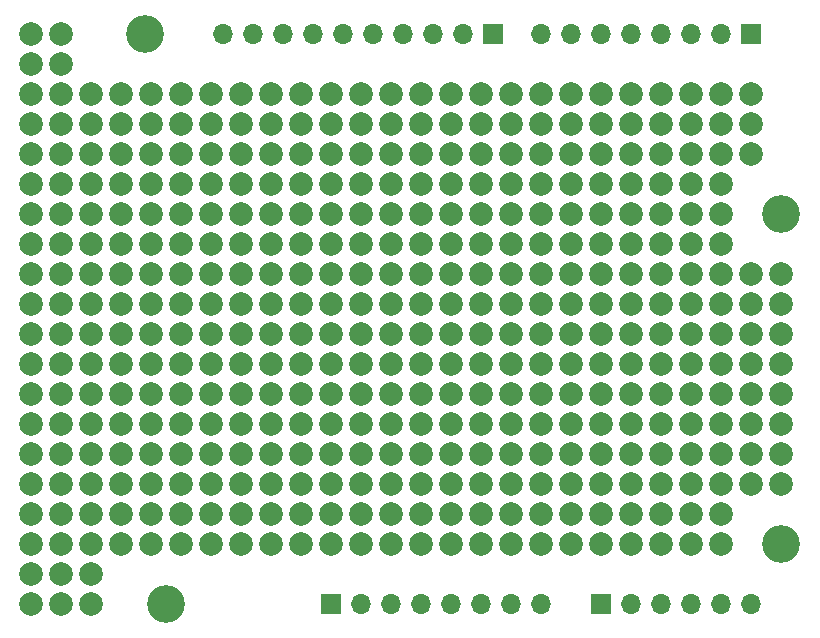
<source format=gbr>
%TF.GenerationSoftware,KiCad,Pcbnew,(5.1.9-0-10_14)*%
%TF.CreationDate,2021-02-06T00:27:30+01:00*%
%TF.ProjectId,Arduino Uno Proto Shield,41726475-696e-46f2-9055-6e6f2050726f,rev?*%
%TF.SameCoordinates,Original*%
%TF.FileFunction,Soldermask,Bot*%
%TF.FilePolarity,Negative*%
%FSLAX46Y46*%
G04 Gerber Fmt 4.6, Leading zero omitted, Abs format (unit mm)*
G04 Created by KiCad (PCBNEW (5.1.9-0-10_14)) date 2021-02-06 00:27:30*
%MOMM*%
%LPD*%
G01*
G04 APERTURE LIST*
%ADD10O,1.700000X1.700000*%
%ADD11R,1.700000X1.700000*%
%ADD12C,1.998980*%
%ADD13C,3.200000*%
G04 APERTURE END LIST*
D10*
%TO.C,J1*%
X147320000Y-124460000D03*
X144780000Y-124460000D03*
X142240000Y-124460000D03*
X139700000Y-124460000D03*
X137160000Y-124460000D03*
X134620000Y-124460000D03*
X132080000Y-124460000D03*
D11*
X129540000Y-124460000D03*
%TD*%
%TO.C,J2*%
X152400000Y-124460000D03*
D10*
X154940000Y-124460000D03*
X157480000Y-124460000D03*
X160020000Y-124460000D03*
X162560000Y-124460000D03*
X165100000Y-124460000D03*
%TD*%
D12*
%TO.C,REF\u002A\u002A*%
X129540000Y-119380000D03*
%TD*%
%TO.C,REF\u002A\u002A*%
X127000000Y-119380000D03*
%TD*%
%TO.C,REF\u002A\u002A*%
X162560000Y-116840000D03*
%TD*%
%TO.C,REF\u002A\u002A*%
X160020000Y-116840000D03*
%TD*%
%TO.C,REF\u002A\u002A*%
X157480000Y-116840000D03*
%TD*%
%TO.C,REF\u002A\u002A*%
X154940000Y-116840000D03*
%TD*%
%TO.C,REF\u002A\u002A*%
X152400000Y-116840000D03*
%TD*%
%TO.C,REF\u002A\u002A*%
X149860000Y-116840000D03*
%TD*%
%TO.C,REF\u002A\u002A*%
X147320000Y-116840000D03*
%TD*%
%TO.C,REF\u002A\u002A*%
X144780000Y-116840000D03*
%TD*%
%TO.C,REF\u002A\u002A*%
X142240000Y-116840000D03*
%TD*%
%TO.C,REF\u002A\u002A*%
X139700000Y-116840000D03*
%TD*%
%TO.C,REF\u002A\u002A*%
X137160000Y-116840000D03*
%TD*%
%TO.C,REF\u002A\u002A*%
X134620000Y-116840000D03*
%TD*%
%TO.C,REF\u002A\u002A*%
X132080000Y-116840000D03*
%TD*%
D11*
%TO.C,J34*%
X143256000Y-76200000D03*
D10*
X140716000Y-76200000D03*
X138176000Y-76200000D03*
X135636000Y-76200000D03*
X133096000Y-76200000D03*
X130556000Y-76200000D03*
X128016000Y-76200000D03*
X125476000Y-76200000D03*
X122936000Y-76200000D03*
X120396000Y-76200000D03*
%TD*%
D11*
%TO.C,J35*%
X165100000Y-76200000D03*
D10*
X162560000Y-76200000D03*
X160020000Y-76200000D03*
X157480000Y-76200000D03*
X154940000Y-76200000D03*
X152400000Y-76200000D03*
X149860000Y-76200000D03*
X147320000Y-76200000D03*
%TD*%
D12*
%TO.C,REF\u002A\u002A*%
X119380000Y-81280000D03*
%TD*%
%TO.C,REF\u002A\u002A*%
X165100000Y-83820000D03*
%TD*%
%TO.C,REF\u002A\u002A*%
X162560000Y-83820000D03*
%TD*%
%TO.C,REF\u002A\u002A*%
X160020000Y-83820000D03*
%TD*%
%TO.C,REF\u002A\u002A*%
X157480000Y-83820000D03*
%TD*%
%TO.C,REF\u002A\u002A*%
X154940000Y-83820000D03*
%TD*%
%TO.C,REF\u002A\u002A*%
X152400000Y-83820000D03*
%TD*%
%TO.C,REF\u002A\u002A*%
X149860000Y-83820000D03*
%TD*%
%TO.C,REF\u002A\u002A*%
X147320000Y-83820000D03*
%TD*%
%TO.C,REF\u002A\u002A*%
X144780000Y-83820000D03*
%TD*%
%TO.C,REF\u002A\u002A*%
X142240000Y-83820000D03*
%TD*%
%TO.C,REF\u002A\u002A*%
X139700000Y-83820000D03*
%TD*%
%TO.C,REF\u002A\u002A*%
X137160000Y-83820000D03*
%TD*%
%TO.C,REF\u002A\u002A*%
X134620000Y-83820000D03*
%TD*%
%TO.C,REF\u002A\u002A*%
X132080000Y-83820000D03*
%TD*%
%TO.C,REF\u002A\u002A*%
X129540000Y-83820000D03*
%TD*%
%TO.C,REF\u002A\u002A*%
X127000000Y-83820000D03*
%TD*%
%TO.C,REF\u002A\u002A*%
X124460000Y-83820000D03*
%TD*%
%TO.C,REF\u002A\u002A*%
X121920000Y-83820000D03*
%TD*%
%TO.C,REF\u002A\u002A*%
X119380000Y-83820000D03*
%TD*%
%TO.C,REF\u002A\u002A*%
X129540000Y-116840000D03*
%TD*%
%TO.C,REF\u002A\u002A*%
X127000000Y-116840000D03*
%TD*%
%TO.C,REF\u002A\u002A*%
X162560000Y-93980000D03*
%TD*%
%TO.C,REF\u002A\u002A*%
X160020000Y-93980000D03*
%TD*%
%TO.C,REF\u002A\u002A*%
X157480000Y-93980000D03*
%TD*%
%TO.C,REF\u002A\u002A*%
X154940000Y-93980000D03*
%TD*%
%TO.C,REF\u002A\u002A*%
X162560000Y-91440000D03*
%TD*%
%TO.C,REF\u002A\u002A*%
X160020000Y-91440000D03*
%TD*%
%TO.C,REF\u002A\u002A*%
X157480000Y-91440000D03*
%TD*%
%TO.C,REF\u002A\u002A*%
X154940000Y-91440000D03*
%TD*%
%TO.C,REF\u002A\u002A*%
X162560000Y-88900000D03*
%TD*%
%TO.C,REF\u002A\u002A*%
X160020000Y-88900000D03*
%TD*%
%TO.C,REF\u002A\u002A*%
X157480000Y-88900000D03*
%TD*%
%TO.C,REF\u002A\u002A*%
X154940000Y-88900000D03*
%TD*%
%TO.C,REF\u002A\u002A*%
X165100000Y-86360000D03*
%TD*%
%TO.C,REF\u002A\u002A*%
X162560000Y-86360000D03*
%TD*%
%TO.C,REF\u002A\u002A*%
X160020000Y-86360000D03*
%TD*%
%TO.C,REF\u002A\u002A*%
X157480000Y-86360000D03*
%TD*%
%TO.C,REF\u002A\u002A*%
X116840000Y-83820000D03*
%TD*%
%TO.C,REF\u002A\u002A*%
X114300000Y-83820000D03*
%TD*%
%TO.C,REF\u002A\u002A*%
X111760000Y-83820000D03*
%TD*%
%TO.C,REF\u002A\u002A*%
X116840000Y-81280000D03*
%TD*%
%TO.C,REF\u002A\u002A*%
X114300000Y-81280000D03*
%TD*%
%TO.C,REF\u002A\u002A*%
X106680000Y-78740000D03*
%TD*%
%TO.C,REF\u002A\u002A*%
X104140000Y-78740000D03*
%TD*%
%TO.C,REF\u002A\u002A*%
X106680000Y-76200000D03*
%TD*%
%TO.C,REF\u002A\u002A*%
X154940000Y-86360000D03*
%TD*%
%TO.C,REF\u002A\u002A*%
X167640000Y-109220000D03*
%TD*%
%TO.C,REF\u002A\u002A*%
X111760000Y-81280000D03*
%TD*%
%TO.C,REF\u002A\u002A*%
X167640000Y-106680000D03*
%TD*%
%TO.C,REF\u002A\u002A*%
X165100000Y-106680000D03*
%TD*%
%TO.C,REF\u002A\u002A*%
X162560000Y-106680000D03*
%TD*%
%TO.C,REF\u002A\u002A*%
X160020000Y-106680000D03*
%TD*%
%TO.C,REF\u002A\u002A*%
X157480000Y-106680000D03*
%TD*%
%TO.C,REF\u002A\u002A*%
X154940000Y-106680000D03*
%TD*%
%TO.C,REF\u002A\u002A*%
X167640000Y-104140000D03*
%TD*%
%TO.C,REF\u002A\u002A*%
X165100000Y-104140000D03*
%TD*%
%TO.C,REF\u002A\u002A*%
X162560000Y-104140000D03*
%TD*%
%TO.C,REF\u002A\u002A*%
X160020000Y-104140000D03*
%TD*%
%TO.C,REF\u002A\u002A*%
X157480000Y-104140000D03*
%TD*%
%TO.C,REF\u002A\u002A*%
X154940000Y-104140000D03*
%TD*%
%TO.C,REF\u002A\u002A*%
X167640000Y-101600000D03*
%TD*%
%TO.C,REF\u002A\u002A*%
X165100000Y-101600000D03*
%TD*%
%TO.C,REF\u002A\u002A*%
X162560000Y-101600000D03*
%TD*%
%TO.C,REF\u002A\u002A*%
X160020000Y-101600000D03*
%TD*%
%TO.C,REF\u002A\u002A*%
X157480000Y-101600000D03*
%TD*%
%TO.C,REF\u002A\u002A*%
X154940000Y-101600000D03*
%TD*%
%TO.C,REF\u002A\u002A*%
X167640000Y-99060000D03*
%TD*%
%TO.C,REF\u002A\u002A*%
X165100000Y-99060000D03*
%TD*%
%TO.C,REF\u002A\u002A*%
X162560000Y-99060000D03*
%TD*%
%TO.C,REF\u002A\u002A*%
X160020000Y-99060000D03*
%TD*%
%TO.C,REF\u002A\u002A*%
X157480000Y-99060000D03*
%TD*%
%TO.C,REF\u002A\u002A*%
X154940000Y-99060000D03*
%TD*%
%TO.C,REF\u002A\u002A*%
X167640000Y-96520000D03*
%TD*%
%TO.C,REF\u002A\u002A*%
X165100000Y-96520000D03*
%TD*%
%TO.C,REF\u002A\u002A*%
X162560000Y-96520000D03*
%TD*%
%TO.C,REF\u002A\u002A*%
X160020000Y-96520000D03*
%TD*%
%TO.C,REF\u002A\u002A*%
X157480000Y-96520000D03*
%TD*%
%TO.C,REF\u002A\u002A*%
X167640000Y-114300000D03*
%TD*%
%TO.C,REF\u002A\u002A*%
X165100000Y-114300000D03*
%TD*%
%TO.C,REF\u002A\u002A*%
X162560000Y-114300000D03*
%TD*%
%TO.C,REF\u002A\u002A*%
X160020000Y-114300000D03*
%TD*%
%TO.C,REF\u002A\u002A*%
X157480000Y-114300000D03*
%TD*%
%TO.C,REF\u002A\u002A*%
X154940000Y-114300000D03*
%TD*%
%TO.C,REF\u002A\u002A*%
X152400000Y-114300000D03*
%TD*%
%TO.C,REF\u002A\u002A*%
X149860000Y-114300000D03*
%TD*%
%TO.C,REF\u002A\u002A*%
X147320000Y-114300000D03*
%TD*%
%TO.C,REF\u002A\u002A*%
X144780000Y-114300000D03*
%TD*%
%TO.C,REF\u002A\u002A*%
X142240000Y-114300000D03*
%TD*%
%TO.C,REF\u002A\u002A*%
X139700000Y-114300000D03*
%TD*%
%TO.C,REF\u002A\u002A*%
X137160000Y-114300000D03*
%TD*%
%TO.C,REF\u002A\u002A*%
X134620000Y-114300000D03*
%TD*%
%TO.C,REF\u002A\u002A*%
X167640000Y-111760000D03*
%TD*%
%TO.C,REF\u002A\u002A*%
X165100000Y-111760000D03*
%TD*%
%TO.C,REF\u002A\u002A*%
X162560000Y-111760000D03*
%TD*%
%TO.C,REF\u002A\u002A*%
X160020000Y-111760000D03*
%TD*%
%TO.C,REF\u002A\u002A*%
X157480000Y-111760000D03*
%TD*%
%TO.C,REF\u002A\u002A*%
X154940000Y-111760000D03*
%TD*%
%TO.C,REF\u002A\u002A*%
X152400000Y-111760000D03*
%TD*%
%TO.C,REF\u002A\u002A*%
X149860000Y-111760000D03*
%TD*%
%TO.C,REF\u002A\u002A*%
X147320000Y-111760000D03*
%TD*%
%TO.C,REF\u002A\u002A*%
X144780000Y-111760000D03*
%TD*%
%TO.C,REF\u002A\u002A*%
X142240000Y-111760000D03*
%TD*%
%TO.C,REF\u002A\u002A*%
X139700000Y-111760000D03*
%TD*%
%TO.C,REF\u002A\u002A*%
X137160000Y-111760000D03*
%TD*%
%TO.C,REF\u002A\u002A*%
X134620000Y-111760000D03*
%TD*%
%TO.C,REF\u002A\u002A*%
X154940000Y-96520000D03*
%TD*%
%TO.C,REF\u002A\u002A*%
X165100000Y-109220000D03*
%TD*%
%TO.C,REF\u002A\u002A*%
X162560000Y-109220000D03*
%TD*%
%TO.C,REF\u002A\u002A*%
X160020000Y-109220000D03*
%TD*%
%TO.C,REF\u002A\u002A*%
X157480000Y-109220000D03*
%TD*%
%TO.C,REF\u002A\u002A*%
X154940000Y-109220000D03*
%TD*%
%TO.C,REF\u002A\u002A*%
X152400000Y-109220000D03*
%TD*%
%TO.C,REF\u002A\u002A*%
X149860000Y-109220000D03*
%TD*%
%TO.C,REF\u002A\u002A*%
X147320000Y-109220000D03*
%TD*%
%TO.C,REF\u002A\u002A*%
X144780000Y-109220000D03*
%TD*%
%TO.C,REF\u002A\u002A*%
X142240000Y-109220000D03*
%TD*%
%TO.C,REF\u002A\u002A*%
X139700000Y-109220000D03*
%TD*%
%TO.C,REF\u002A\u002A*%
X137160000Y-109220000D03*
%TD*%
%TO.C,REF\u002A\u002A*%
X152400000Y-106680000D03*
%TD*%
%TO.C,REF\u002A\u002A*%
X149860000Y-106680000D03*
%TD*%
%TO.C,REF\u002A\u002A*%
X147320000Y-106680000D03*
%TD*%
%TO.C,REF\u002A\u002A*%
X144780000Y-106680000D03*
%TD*%
%TO.C,REF\u002A\u002A*%
X142240000Y-106680000D03*
%TD*%
%TO.C,REF\u002A\u002A*%
X139700000Y-106680000D03*
%TD*%
%TO.C,REF\u002A\u002A*%
X137160000Y-106680000D03*
%TD*%
%TO.C,REF\u002A\u002A*%
X134620000Y-106680000D03*
%TD*%
%TO.C,REF\u002A\u002A*%
X132080000Y-106680000D03*
%TD*%
%TO.C,REF\u002A\u002A*%
X129540000Y-106680000D03*
%TD*%
%TO.C,REF\u002A\u002A*%
X127000000Y-106680000D03*
%TD*%
%TO.C,REF\u002A\u002A*%
X124460000Y-106680000D03*
%TD*%
%TO.C,REF\u002A\u002A*%
X121920000Y-106680000D03*
%TD*%
%TO.C,REF\u002A\u002A*%
X119380000Y-106680000D03*
%TD*%
%TO.C,REF\u002A\u002A*%
X116840000Y-106680000D03*
%TD*%
%TO.C,REF\u002A\u002A*%
X114300000Y-106680000D03*
%TD*%
%TO.C,REF\u002A\u002A*%
X152400000Y-104140000D03*
%TD*%
%TO.C,REF\u002A\u002A*%
X149860000Y-104140000D03*
%TD*%
%TO.C,REF\u002A\u002A*%
X147320000Y-104140000D03*
%TD*%
%TO.C,REF\u002A\u002A*%
X144780000Y-104140000D03*
%TD*%
%TO.C,REF\u002A\u002A*%
X142240000Y-104140000D03*
%TD*%
%TO.C,REF\u002A\u002A*%
X139700000Y-104140000D03*
%TD*%
%TO.C,REF\u002A\u002A*%
X137160000Y-104140000D03*
%TD*%
%TO.C,REF\u002A\u002A*%
X134620000Y-104140000D03*
%TD*%
%TO.C,REF\u002A\u002A*%
X132080000Y-104140000D03*
%TD*%
%TO.C,REF\u002A\u002A*%
X129540000Y-104140000D03*
%TD*%
%TO.C,REF\u002A\u002A*%
X127000000Y-104140000D03*
%TD*%
%TO.C,REF\u002A\u002A*%
X124460000Y-104140000D03*
%TD*%
%TO.C,REF\u002A\u002A*%
X121920000Y-104140000D03*
%TD*%
%TO.C,REF\u002A\u002A*%
X119380000Y-104140000D03*
%TD*%
%TO.C,REF\u002A\u002A*%
X116840000Y-104140000D03*
%TD*%
%TO.C,REF\u002A\u002A*%
X114300000Y-104140000D03*
%TD*%
%TO.C,REF\u002A\u002A*%
X152400000Y-101600000D03*
%TD*%
%TO.C,REF\u002A\u002A*%
X149860000Y-101600000D03*
%TD*%
%TO.C,REF\u002A\u002A*%
X147320000Y-101600000D03*
%TD*%
%TO.C,REF\u002A\u002A*%
X144780000Y-101600000D03*
%TD*%
%TO.C,REF\u002A\u002A*%
X142240000Y-101600000D03*
%TD*%
%TO.C,REF\u002A\u002A*%
X139700000Y-101600000D03*
%TD*%
%TO.C,REF\u002A\u002A*%
X137160000Y-101600000D03*
%TD*%
%TO.C,REF\u002A\u002A*%
X134620000Y-101600000D03*
%TD*%
%TO.C,REF\u002A\u002A*%
X132080000Y-101600000D03*
%TD*%
%TO.C,REF\u002A\u002A*%
X129540000Y-101600000D03*
%TD*%
%TO.C,REF\u002A\u002A*%
X127000000Y-101600000D03*
%TD*%
%TO.C,REF\u002A\u002A*%
X124460000Y-101600000D03*
%TD*%
%TO.C,REF\u002A\u002A*%
X121920000Y-101600000D03*
%TD*%
%TO.C,REF\u002A\u002A*%
X119380000Y-101600000D03*
%TD*%
%TO.C,REF\u002A\u002A*%
X116840000Y-101600000D03*
%TD*%
%TO.C,REF\u002A\u002A*%
X114300000Y-101600000D03*
%TD*%
%TO.C,REF\u002A\u002A*%
X152400000Y-99060000D03*
%TD*%
%TO.C,REF\u002A\u002A*%
X149860000Y-99060000D03*
%TD*%
%TO.C,REF\u002A\u002A*%
X147320000Y-99060000D03*
%TD*%
%TO.C,REF\u002A\u002A*%
X144780000Y-99060000D03*
%TD*%
%TO.C,REF\u002A\u002A*%
X142240000Y-99060000D03*
%TD*%
%TO.C,REF\u002A\u002A*%
X139700000Y-99060000D03*
%TD*%
%TO.C,REF\u002A\u002A*%
X137160000Y-99060000D03*
%TD*%
%TO.C,REF\u002A\u002A*%
X134620000Y-99060000D03*
%TD*%
%TO.C,REF\u002A\u002A*%
X132080000Y-99060000D03*
%TD*%
%TO.C,REF\u002A\u002A*%
X129540000Y-99060000D03*
%TD*%
%TO.C,REF\u002A\u002A*%
X127000000Y-99060000D03*
%TD*%
%TO.C,REF\u002A\u002A*%
X124460000Y-99060000D03*
%TD*%
%TO.C,REF\u002A\u002A*%
X121920000Y-99060000D03*
%TD*%
%TO.C,REF\u002A\u002A*%
X119380000Y-99060000D03*
%TD*%
%TO.C,REF\u002A\u002A*%
X116840000Y-99060000D03*
%TD*%
%TO.C,REF\u002A\u002A*%
X114300000Y-99060000D03*
%TD*%
%TO.C,REF\u002A\u002A*%
X152400000Y-96520000D03*
%TD*%
%TO.C,REF\u002A\u002A*%
X149860000Y-96520000D03*
%TD*%
%TO.C,REF\u002A\u002A*%
X147320000Y-96520000D03*
%TD*%
%TO.C,REF\u002A\u002A*%
X144780000Y-96520000D03*
%TD*%
%TO.C,REF\u002A\u002A*%
X142240000Y-96520000D03*
%TD*%
%TO.C,REF\u002A\u002A*%
X139700000Y-96520000D03*
%TD*%
%TO.C,REF\u002A\u002A*%
X137160000Y-96520000D03*
%TD*%
%TO.C,REF\u002A\u002A*%
X134620000Y-96520000D03*
%TD*%
%TO.C,REF\u002A\u002A*%
X132080000Y-96520000D03*
%TD*%
%TO.C,REF\u002A\u002A*%
X129540000Y-96520000D03*
%TD*%
%TO.C,REF\u002A\u002A*%
X127000000Y-96520000D03*
%TD*%
%TO.C,REF\u002A\u002A*%
X124460000Y-96520000D03*
%TD*%
%TO.C,REF\u002A\u002A*%
X121920000Y-96520000D03*
%TD*%
%TO.C,REF\u002A\u002A*%
X119380000Y-96520000D03*
%TD*%
%TO.C,REF\u002A\u002A*%
X116840000Y-96520000D03*
%TD*%
%TO.C,REF\u002A\u002A*%
X114300000Y-96520000D03*
%TD*%
%TO.C,REF\u002A\u002A*%
X152400000Y-93980000D03*
%TD*%
%TO.C,REF\u002A\u002A*%
X149860000Y-93980000D03*
%TD*%
%TO.C,REF\u002A\u002A*%
X147320000Y-93980000D03*
%TD*%
%TO.C,REF\u002A\u002A*%
X144780000Y-93980000D03*
%TD*%
%TO.C,REF\u002A\u002A*%
X142240000Y-93980000D03*
%TD*%
%TO.C,REF\u002A\u002A*%
X139700000Y-93980000D03*
%TD*%
%TO.C,REF\u002A\u002A*%
X137160000Y-93980000D03*
%TD*%
%TO.C,REF\u002A\u002A*%
X134620000Y-93980000D03*
%TD*%
%TO.C,REF\u002A\u002A*%
X132080000Y-93980000D03*
%TD*%
%TO.C,REF\u002A\u002A*%
X129540000Y-93980000D03*
%TD*%
%TO.C,REF\u002A\u002A*%
X127000000Y-93980000D03*
%TD*%
%TO.C,REF\u002A\u002A*%
X124460000Y-93980000D03*
%TD*%
%TO.C,REF\u002A\u002A*%
X121920000Y-93980000D03*
%TD*%
%TO.C,REF\u002A\u002A*%
X119380000Y-93980000D03*
%TD*%
%TO.C,REF\u002A\u002A*%
X116840000Y-93980000D03*
%TD*%
%TO.C,REF\u002A\u002A*%
X114300000Y-93980000D03*
%TD*%
%TO.C,REF\u002A\u002A*%
X152400000Y-91440000D03*
%TD*%
%TO.C,REF\u002A\u002A*%
X149860000Y-91440000D03*
%TD*%
%TO.C,REF\u002A\u002A*%
X147320000Y-91440000D03*
%TD*%
%TO.C,REF\u002A\u002A*%
X144780000Y-91440000D03*
%TD*%
%TO.C,REF\u002A\u002A*%
X142240000Y-91440000D03*
%TD*%
%TO.C,REF\u002A\u002A*%
X139700000Y-91440000D03*
%TD*%
%TO.C,REF\u002A\u002A*%
X137160000Y-91440000D03*
%TD*%
%TO.C,REF\u002A\u002A*%
X134620000Y-91440000D03*
%TD*%
%TO.C,REF\u002A\u002A*%
X132080000Y-91440000D03*
%TD*%
%TO.C,REF\u002A\u002A*%
X129540000Y-91440000D03*
%TD*%
%TO.C,REF\u002A\u002A*%
X127000000Y-91440000D03*
%TD*%
%TO.C,REF\u002A\u002A*%
X124460000Y-91440000D03*
%TD*%
%TO.C,REF\u002A\u002A*%
X121920000Y-91440000D03*
%TD*%
%TO.C,REF\u002A\u002A*%
X119380000Y-91440000D03*
%TD*%
%TO.C,REF\u002A\u002A*%
X116840000Y-91440000D03*
%TD*%
%TO.C,REF\u002A\u002A*%
X114300000Y-91440000D03*
%TD*%
%TO.C,REF\u002A\u002A*%
X152400000Y-88900000D03*
%TD*%
%TO.C,REF\u002A\u002A*%
X149860000Y-88900000D03*
%TD*%
%TO.C,REF\u002A\u002A*%
X147320000Y-88900000D03*
%TD*%
%TO.C,REF\u002A\u002A*%
X144780000Y-88900000D03*
%TD*%
%TO.C,REF\u002A\u002A*%
X142240000Y-88900000D03*
%TD*%
%TO.C,REF\u002A\u002A*%
X139700000Y-88900000D03*
%TD*%
%TO.C,REF\u002A\u002A*%
X137160000Y-88900000D03*
%TD*%
%TO.C,REF\u002A\u002A*%
X134620000Y-88900000D03*
%TD*%
%TO.C,REF\u002A\u002A*%
X132080000Y-88900000D03*
%TD*%
%TO.C,REF\u002A\u002A*%
X129540000Y-88900000D03*
%TD*%
%TO.C,REF\u002A\u002A*%
X127000000Y-88900000D03*
%TD*%
%TO.C,REF\u002A\u002A*%
X124460000Y-88900000D03*
%TD*%
%TO.C,REF\u002A\u002A*%
X121920000Y-88900000D03*
%TD*%
%TO.C,REF\u002A\u002A*%
X119380000Y-88900000D03*
%TD*%
%TO.C,REF\u002A\u002A*%
X116840000Y-88900000D03*
%TD*%
%TO.C,REF\u002A\u002A*%
X114300000Y-88900000D03*
%TD*%
%TO.C,REF\u002A\u002A*%
X152400000Y-86360000D03*
%TD*%
%TO.C,REF\u002A\u002A*%
X149860000Y-86360000D03*
%TD*%
%TO.C,REF\u002A\u002A*%
X147320000Y-86360000D03*
%TD*%
%TO.C,REF\u002A\u002A*%
X144780000Y-86360000D03*
%TD*%
%TO.C,REF\u002A\u002A*%
X142240000Y-86360000D03*
%TD*%
%TO.C,REF\u002A\u002A*%
X139700000Y-86360000D03*
%TD*%
%TO.C,REF\u002A\u002A*%
X137160000Y-86360000D03*
%TD*%
%TO.C,REF\u002A\u002A*%
X134620000Y-86360000D03*
%TD*%
%TO.C,REF\u002A\u002A*%
X132080000Y-86360000D03*
%TD*%
%TO.C,REF\u002A\u002A*%
X129540000Y-86360000D03*
%TD*%
%TO.C,REF\u002A\u002A*%
X127000000Y-86360000D03*
%TD*%
%TO.C,REF\u002A\u002A*%
X124460000Y-86360000D03*
%TD*%
%TO.C,REF\u002A\u002A*%
X121920000Y-86360000D03*
%TD*%
%TO.C,REF\u002A\u002A*%
X119380000Y-86360000D03*
%TD*%
%TO.C,REF\u002A\u002A*%
X116840000Y-86360000D03*
%TD*%
%TO.C,REF\u002A\u002A*%
X104140000Y-76200000D03*
%TD*%
%TO.C,REF\u002A\u002A*%
X124460000Y-116840000D03*
%TD*%
%TO.C,REF\u002A\u002A*%
X121920000Y-116840000D03*
%TD*%
%TO.C,REF\u002A\u002A*%
X119380000Y-116840000D03*
%TD*%
%TO.C,REF\u002A\u002A*%
X116840000Y-116840000D03*
%TD*%
%TO.C,REF\u002A\u002A*%
X114300000Y-116840000D03*
%TD*%
%TO.C,REF\u002A\u002A*%
X132080000Y-114300000D03*
%TD*%
%TO.C,REF\u002A\u002A*%
X129540000Y-114300000D03*
%TD*%
%TO.C,REF\u002A\u002A*%
X127000000Y-114300000D03*
%TD*%
%TO.C,REF\u002A\u002A*%
X124460000Y-114300000D03*
%TD*%
%TO.C,REF\u002A\u002A*%
X121920000Y-114300000D03*
%TD*%
%TO.C,REF\u002A\u002A*%
X119380000Y-114300000D03*
%TD*%
%TO.C,REF\u002A\u002A*%
X116840000Y-114300000D03*
%TD*%
%TO.C,REF\u002A\u002A*%
X114300000Y-114300000D03*
%TD*%
%TO.C,REF\u002A\u002A*%
X132080000Y-111760000D03*
%TD*%
%TO.C,REF\u002A\u002A*%
X129540000Y-111760000D03*
%TD*%
%TO.C,REF\u002A\u002A*%
X127000000Y-111760000D03*
%TD*%
%TO.C,REF\u002A\u002A*%
X124460000Y-111760000D03*
%TD*%
%TO.C,REF\u002A\u002A*%
X121920000Y-111760000D03*
%TD*%
%TO.C,REF\u002A\u002A*%
X119380000Y-111760000D03*
%TD*%
%TO.C,REF\u002A\u002A*%
X116840000Y-111760000D03*
%TD*%
%TO.C,REF\u002A\u002A*%
X114300000Y-111760000D03*
%TD*%
%TO.C,REF\u002A\u002A*%
X132080000Y-109220000D03*
%TD*%
%TO.C,REF\u002A\u002A*%
X129540000Y-109220000D03*
%TD*%
%TO.C,REF\u002A\u002A*%
X127000000Y-109220000D03*
%TD*%
%TO.C,REF\u002A\u002A*%
X124460000Y-109220000D03*
%TD*%
%TO.C,REF\u002A\u002A*%
X121920000Y-109220000D03*
%TD*%
%TO.C,REF\u002A\u002A*%
X119380000Y-109220000D03*
%TD*%
%TO.C,REF\u002A\u002A*%
X116840000Y-109220000D03*
%TD*%
%TO.C,REF\u002A\u002A*%
X124460000Y-119380000D03*
%TD*%
%TO.C,REF\u002A\u002A*%
X121920000Y-119380000D03*
%TD*%
%TO.C,REF\u002A\u002A*%
X119380000Y-119380000D03*
%TD*%
%TO.C,REF\u002A\u002A*%
X116840000Y-119380000D03*
%TD*%
%TO.C,REF\u002A\u002A*%
X114300000Y-119380000D03*
%TD*%
%TO.C,REF\u002A\u002A*%
X106680000Y-81280000D03*
%TD*%
%TO.C,REF\u002A\u002A*%
X109220000Y-124460000D03*
%TD*%
%TO.C,REF\u002A\u002A*%
X109220000Y-81280000D03*
%TD*%
%TO.C,REF\u002A\u002A*%
X109220000Y-121920000D03*
%TD*%
%TO.C,REF\u002A\u002A*%
X111760000Y-119380000D03*
%TD*%
%TO.C,REF\u002A\u002A*%
X109220000Y-119380000D03*
%TD*%
%TO.C,REF\u002A\u002A*%
X111760000Y-116840000D03*
%TD*%
%TO.C,REF\u002A\u002A*%
X109220000Y-116840000D03*
%TD*%
%TO.C,REF\u002A\u002A*%
X111760000Y-114300000D03*
%TD*%
%TO.C,REF\u002A\u002A*%
X109220000Y-114300000D03*
%TD*%
%TO.C,REF\u002A\u002A*%
X111760000Y-111760000D03*
%TD*%
%TO.C,REF\u002A\u002A*%
X109220000Y-111760000D03*
%TD*%
%TO.C,REF\u002A\u002A*%
X111760000Y-109220000D03*
%TD*%
%TO.C,REF\u002A\u002A*%
X109220000Y-109220000D03*
%TD*%
%TO.C,REF\u002A\u002A*%
X111760000Y-106680000D03*
%TD*%
%TO.C,REF\u002A\u002A*%
X109220000Y-106680000D03*
%TD*%
%TO.C,REF\u002A\u002A*%
X111760000Y-104140000D03*
%TD*%
%TO.C,REF\u002A\u002A*%
X109220000Y-104140000D03*
%TD*%
%TO.C,REF\u002A\u002A*%
X111760000Y-101600000D03*
%TD*%
%TO.C,REF\u002A\u002A*%
X109220000Y-101600000D03*
%TD*%
%TO.C,REF\u002A\u002A*%
X111760000Y-99060000D03*
%TD*%
%TO.C,REF\u002A\u002A*%
X109220000Y-99060000D03*
%TD*%
%TO.C,REF\u002A\u002A*%
X111760000Y-96520000D03*
%TD*%
%TO.C,REF\u002A\u002A*%
X109220000Y-96520000D03*
%TD*%
%TO.C,REF\u002A\u002A*%
X111760000Y-93980000D03*
%TD*%
%TO.C,REF\u002A\u002A*%
X109220000Y-93980000D03*
%TD*%
%TO.C,REF\u002A\u002A*%
X111760000Y-91440000D03*
%TD*%
%TO.C,REF\u002A\u002A*%
X109220000Y-91440000D03*
%TD*%
%TO.C,REF\u002A\u002A*%
X111760000Y-88900000D03*
%TD*%
%TO.C,REF\u002A\u002A*%
X109220000Y-88900000D03*
%TD*%
%TO.C,REF\u002A\u002A*%
X114300000Y-86360000D03*
%TD*%
%TO.C,REF\u002A\u002A*%
X109220000Y-86360000D03*
%TD*%
%TO.C,REF\u002A\u002A*%
X114300000Y-109220000D03*
%TD*%
%TO.C,REF\u002A\u002A*%
X106680000Y-124460000D03*
%TD*%
%TO.C,REF\u002A\u002A*%
X104140000Y-124460000D03*
%TD*%
%TO.C,REF\u002A\u002A*%
X106680000Y-121920000D03*
%TD*%
%TO.C,REF\u002A\u002A*%
X104140000Y-121920000D03*
%TD*%
%TO.C,REF\u002A\u002A*%
X106680000Y-119380000D03*
%TD*%
%TO.C,REF\u002A\u002A*%
X106680000Y-116840000D03*
%TD*%
%TO.C,REF\u002A\u002A*%
X104140000Y-116840000D03*
%TD*%
%TO.C,REF\u002A\u002A*%
X106680000Y-114300000D03*
%TD*%
%TO.C,REF\u002A\u002A*%
X104140000Y-114300000D03*
%TD*%
%TO.C,REF\u002A\u002A*%
X106680000Y-111760000D03*
%TD*%
%TO.C,REF\u002A\u002A*%
X104140000Y-111760000D03*
%TD*%
%TO.C,REF\u002A\u002A*%
X106680000Y-109220000D03*
%TD*%
%TO.C,REF\u002A\u002A*%
X104140000Y-109220000D03*
%TD*%
%TO.C,REF\u002A\u002A*%
X106680000Y-106680000D03*
%TD*%
%TO.C,REF\u002A\u002A*%
X104140000Y-106680000D03*
%TD*%
%TO.C,REF\u002A\u002A*%
X106680000Y-104140000D03*
%TD*%
%TO.C,REF\u002A\u002A*%
X104140000Y-104140000D03*
%TD*%
%TO.C,REF\u002A\u002A*%
X106680000Y-101600000D03*
%TD*%
%TO.C,REF\u002A\u002A*%
X104140000Y-101600000D03*
%TD*%
%TO.C,REF\u002A\u002A*%
X106680000Y-99060000D03*
%TD*%
%TO.C,REF\u002A\u002A*%
X104140000Y-99060000D03*
%TD*%
%TO.C,REF\u002A\u002A*%
X106680000Y-96520000D03*
%TD*%
%TO.C,REF\u002A\u002A*%
X104140000Y-96520000D03*
%TD*%
%TO.C,REF\u002A\u002A*%
X106680000Y-93980000D03*
%TD*%
%TO.C,REF\u002A\u002A*%
X104140000Y-93980000D03*
%TD*%
%TO.C,REF\u002A\u002A*%
X106680000Y-91440000D03*
%TD*%
%TO.C,REF\u002A\u002A*%
X104140000Y-91440000D03*
%TD*%
%TO.C,REF\u002A\u002A*%
X106680000Y-88900000D03*
%TD*%
%TO.C,REF\u002A\u002A*%
X104140000Y-88900000D03*
%TD*%
%TO.C,REF\u002A\u002A*%
X106680000Y-86360000D03*
%TD*%
%TO.C,REF\u002A\u002A*%
X104140000Y-86360000D03*
%TD*%
%TO.C,REF\u002A\u002A*%
X106680000Y-83820000D03*
%TD*%
%TO.C,REF\u002A\u002A*%
X104140000Y-119380000D03*
%TD*%
%TO.C,REF\u002A\u002A*%
X109220000Y-83820000D03*
%TD*%
%TO.C,REF\u002A\u002A*%
X104140000Y-83820000D03*
%TD*%
%TO.C,REF\u002A\u002A*%
X167640000Y-114300000D03*
%TD*%
%TO.C,REF\u002A\u002A*%
X134620000Y-109220000D03*
%TD*%
%TO.C,REF\u002A\u002A*%
X104140000Y-81280000D03*
%TD*%
%TO.C,REF\u002A\u002A*%
X111760000Y-86360000D03*
%TD*%
D13*
%TO.C,REF\u002A\u002A*%
X113792000Y-76200000D03*
%TD*%
%TO.C,REF\u002A\u002A*%
X167640000Y-91440000D03*
%TD*%
%TO.C,REF\u002A\u002A*%
X167640000Y-119380000D03*
%TD*%
%TO.C,REF\u002A\u002A*%
X115570000Y-124460000D03*
%TD*%
D12*
%TO.C,J3*%
X132080000Y-119380000D03*
%TD*%
%TO.C,J4*%
X134620000Y-119380000D03*
%TD*%
%TO.C,J5*%
X137160000Y-119380000D03*
%TD*%
%TO.C,J6*%
X139700000Y-119380000D03*
%TD*%
%TO.C,J7*%
X142240000Y-119380000D03*
%TD*%
%TO.C,J8*%
X144780000Y-119380000D03*
%TD*%
%TO.C,J9*%
X147320000Y-119380000D03*
%TD*%
%TO.C,J10*%
X149860000Y-119380000D03*
%TD*%
%TO.C,J11*%
X152400000Y-119380000D03*
%TD*%
%TO.C,J12*%
X154940000Y-119380000D03*
%TD*%
%TO.C,J13*%
X157480000Y-119380000D03*
%TD*%
%TO.C,J14*%
X160020000Y-119380000D03*
%TD*%
%TO.C,J15*%
X162560000Y-119380000D03*
%TD*%
%TO.C,J16*%
X121920000Y-81280000D03*
%TD*%
%TO.C,J17*%
X124460000Y-81280000D03*
%TD*%
%TO.C,J18*%
X127000000Y-81280000D03*
%TD*%
%TO.C,J19*%
X129540000Y-81280000D03*
%TD*%
%TO.C,J20*%
X132080000Y-81280000D03*
%TD*%
%TO.C,J21*%
X134620000Y-81280000D03*
%TD*%
%TO.C,J22*%
X137160000Y-81280000D03*
%TD*%
%TO.C,J23*%
X139700000Y-81280000D03*
%TD*%
%TO.C,J24*%
X142240000Y-81280000D03*
%TD*%
%TO.C,J25*%
X144780000Y-81280000D03*
%TD*%
%TO.C,J26*%
X147320000Y-81280000D03*
%TD*%
%TO.C,J27*%
X149860000Y-81280000D03*
%TD*%
%TO.C,J28*%
X152400000Y-81280000D03*
%TD*%
%TO.C,J29*%
X154940000Y-81280000D03*
%TD*%
%TO.C,J30*%
X157480000Y-81280000D03*
%TD*%
%TO.C,J31*%
X160020000Y-81280000D03*
%TD*%
%TO.C,J32*%
X162560000Y-81280000D03*
%TD*%
%TO.C,J33*%
X165100000Y-81280000D03*
%TD*%
M02*

</source>
